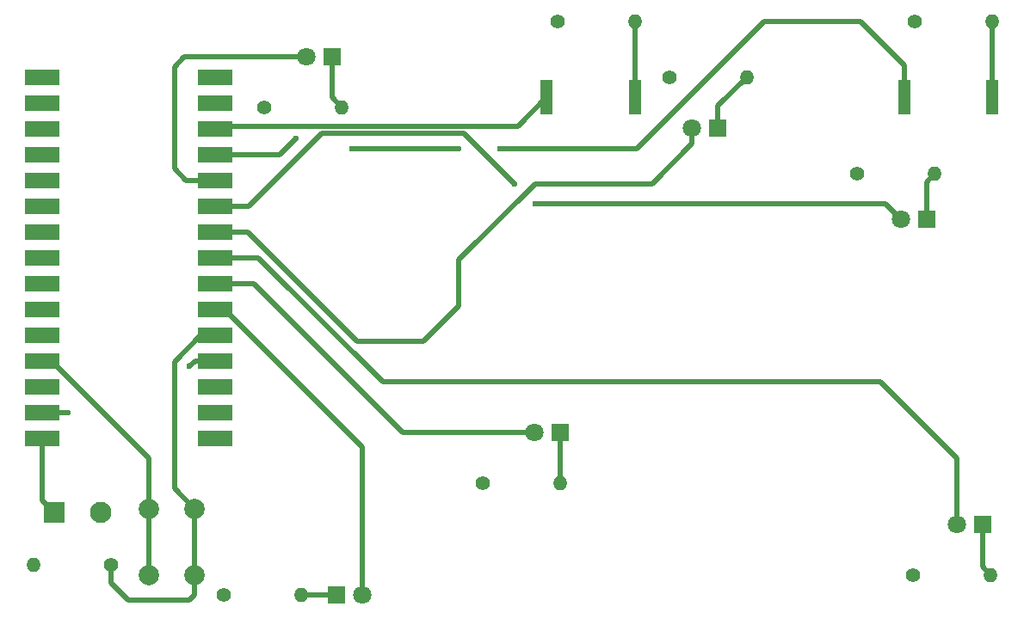
<source format=gbr>
%TF.GenerationSoftware,KiCad,Pcbnew,8.0.6*%
%TF.CreationDate,2025-02-06T10:41:55-08:00*%
%TF.ProjectId,Decorative PCB for Amaia,4465636f-7261-4746-9976-652050434220,V2*%
%TF.SameCoordinates,Original*%
%TF.FileFunction,Copper,L1,Top*%
%TF.FilePolarity,Positive*%
%FSLAX46Y46*%
G04 Gerber Fmt 4.6, Leading zero omitted, Abs format (unit mm)*
G04 Created by KiCad (PCBNEW 8.0.6) date 2025-02-06 10:41:55*
%MOMM*%
%LPD*%
G01*
G04 APERTURE LIST*
G04 Aperture macros list*
%AMRoundRect*
0 Rectangle with rounded corners*
0 $1 Rounding radius*
0 $2 $3 $4 $5 $6 $7 $8 $9 X,Y pos of 4 corners*
0 Add a 4 corners polygon primitive as box body*
4,1,4,$2,$3,$4,$5,$6,$7,$8,$9,$2,$3,0*
0 Add four circle primitives for the rounded corners*
1,1,$1+$1,$2,$3*
1,1,$1+$1,$4,$5*
1,1,$1+$1,$6,$7*
1,1,$1+$1,$8,$9*
0 Add four rect primitives between the rounded corners*
20,1,$1+$1,$2,$3,$4,$5,0*
20,1,$1+$1,$4,$5,$6,$7,0*
20,1,$1+$1,$6,$7,$8,$9,0*
20,1,$1+$1,$8,$9,$2,$3,0*%
G04 Aperture macros list end*
%TA.AperFunction,ComponentPad*%
%ADD10R,1.800000X1.800000*%
%TD*%
%TA.AperFunction,ComponentPad*%
%ADD11C,1.800000*%
%TD*%
%TA.AperFunction,ComponentPad*%
%ADD12RoundRect,0.250001X-0.799999X-0.799999X0.799999X-0.799999X0.799999X0.799999X-0.799999X0.799999X0*%
%TD*%
%TA.AperFunction,ComponentPad*%
%ADD13C,2.100000*%
%TD*%
%TA.AperFunction,ComponentPad*%
%ADD14C,1.400000*%
%TD*%
%TA.AperFunction,ComponentPad*%
%ADD15O,1.400000X1.400000*%
%TD*%
%TA.AperFunction,SMDPad,CuDef*%
%ADD16R,1.300000X3.400000*%
%TD*%
%TA.AperFunction,SMDPad,CuDef*%
%ADD17R,3.500000X1.600000*%
%TD*%
%TA.AperFunction,ComponentPad*%
%ADD18C,2.000000*%
%TD*%
%TA.AperFunction,ViaPad*%
%ADD19C,0.600000*%
%TD*%
%TA.AperFunction,Conductor*%
%ADD20C,0.500000*%
%TD*%
G04 APERTURE END LIST*
D10*
%TO.P,D6,1,K*%
%TO.N,Net-(D6-K)*%
X126000000Y-60500000D03*
D11*
%TO.P,D6,2,A*%
%TO.N,/LED_Z*%
X123460000Y-60500000D03*
%TD*%
D10*
%TO.P,D1,1,K*%
%TO.N,Net-(D1-K)*%
X126460000Y-113500000D03*
D11*
%TO.P,D1,2,A*%
%TO.N,/LED_DIM_A*%
X129000000Y-113500000D03*
%TD*%
D12*
%TO.P,J1,1,Pin_1*%
%TO.N,+9V*%
X98650000Y-105360000D03*
D13*
%TO.P,J1,2,Pin_2*%
%TO.N,GND*%
X103250000Y-105360000D03*
%TD*%
D14*
%TO.P,R9,1*%
%TO.N,GND*%
X119380000Y-65500000D03*
D15*
%TO.P,R9,2*%
%TO.N,Net-(D6-K)*%
X127000000Y-65500000D03*
%TD*%
D14*
%TO.P,R1,1*%
%TO.N,GND*%
X148190000Y-57000000D03*
D15*
%TO.P,R1,2*%
%TO.N,Net-(R1-Pad2)*%
X155810000Y-57000000D03*
%TD*%
D14*
%TO.P,R2,1*%
%TO.N,GND*%
X183380000Y-57000000D03*
D15*
%TO.P,R2,2*%
%TO.N,Net-(R2-Pad2)*%
X191000000Y-57000000D03*
%TD*%
D14*
%TO.P,R7,1*%
%TO.N,GND*%
X140880000Y-102500000D03*
D15*
%TO.P,R7,2*%
%TO.N,Net-(D4-K)*%
X148500000Y-102500000D03*
%TD*%
D14*
%TO.P,R6,1*%
%TO.N,GND*%
X159190000Y-62500000D03*
D15*
%TO.P,R6,2*%
%TO.N,Net-(D3-K)*%
X166810000Y-62500000D03*
%TD*%
D16*
%TO.P,Y2,1,1*%
%TO.N,Net-(R1-Pad2)*%
X155850000Y-64500000D03*
%TO.P,Y2,2,2*%
%TO.N,/PIEZO_B*%
X147150000Y-64500000D03*
%TD*%
D10*
%TO.P,D2,1,K*%
%TO.N,Net-(D2-K)*%
X190040000Y-106500000D03*
D11*
%TO.P,D2,2,A*%
%TO.N,/LED_DIM_B*%
X187500000Y-106500000D03*
%TD*%
D17*
%TO.P,A1,1,TX1*%
%TO.N,unconnected-(A1-TX1-Pad1)*%
X114500000Y-98060000D03*
%TO.P,A1,2,RX1*%
%TO.N,unconnected-(A1-RX1-Pad2)*%
X114500000Y-95520000D03*
%TO.P,A1,3,~{RESET}*%
%TO.N,unconnected-(A1-~{RESET}-Pad3)*%
X114500000Y-92980000D03*
%TO.P,A1,4,GND*%
%TO.N,GND*%
X114500000Y-90440000D03*
%TO.P,A1,5,D2*%
%TO.N,/BUTTON*%
X114500000Y-87900000D03*
%TO.P,A1,6,D3*%
%TO.N,/LED_DIM_A*%
X114500000Y-85360000D03*
%TO.P,A1,7,D4*%
%TO.N,/LED_X*%
X114500000Y-82820000D03*
%TO.P,A1,8,D5*%
%TO.N,/LED_DIM_B*%
X114500000Y-80280000D03*
%TO.P,A1,9,D6*%
%TO.N,/LED_DIM_C*%
X114500000Y-77740000D03*
%TO.P,A1,10,D7*%
%TO.N,/LED_Y*%
X114500000Y-75200000D03*
%TO.P,A1,11,D8*%
%TO.N,/LED_Z*%
X114500000Y-72660000D03*
%TO.P,A1,12,D9*%
%TO.N,/PIEZO_A*%
X114500000Y-70120000D03*
%TO.P,A1,13,D10*%
%TO.N,/PIEZO_B*%
X114500000Y-67580000D03*
%TO.P,A1,14,MOSI*%
%TO.N,unconnected-(A1-MOSI-Pad14)*%
X114500000Y-65040000D03*
%TO.P,A1,15,MISO*%
%TO.N,unconnected-(A1-MISO-Pad15)*%
X114500000Y-62500000D03*
%TO.P,A1,16,SCK*%
%TO.N,unconnected-(A1-SCK-Pad16)*%
X97500000Y-62500000D03*
%TO.P,A1,17,3V3*%
%TO.N,unconnected-(A1-3V3-Pad17)*%
X97500000Y-65040000D03*
%TO.P,A1,18,AREF*%
%TO.N,unconnected-(A1-AREF-Pad18)*%
X97500000Y-67580000D03*
%TO.P,A1,19,A0*%
%TO.N,unconnected-(A1-A0-Pad19)*%
X97500000Y-70120000D03*
%TO.P,A1,20,A1*%
%TO.N,unconnected-(A1-A1-Pad20)*%
X97500000Y-72660000D03*
%TO.P,A1,21,A2*%
%TO.N,unconnected-(A1-A2-Pad21)*%
X97500000Y-75200000D03*
%TO.P,A1,22,A3*%
%TO.N,unconnected-(A1-A3-Pad22)*%
X97500000Y-77740000D03*
%TO.P,A1,23,SDA/A4*%
%TO.N,unconnected-(A1-SDA{slash}A4-Pad23)*%
X97500000Y-80280000D03*
%TO.P,A1,24,SCL/A5*%
%TO.N,unconnected-(A1-SCL{slash}A5-Pad24)*%
X97500000Y-82820000D03*
%TO.P,A1,25,A6*%
%TO.N,unconnected-(A1-A6-Pad25)*%
X97500000Y-85360000D03*
%TO.P,A1,26,A7*%
%TO.N,unconnected-(A1-A7-Pad26)*%
X97500000Y-87900000D03*
%TO.P,A1,27,+5V*%
%TO.N,+5V*%
X97500000Y-90440000D03*
%TO.P,A1,28,~{RESET}*%
%TO.N,unconnected-(A1-~{RESET}-Pad28)*%
X97500000Y-92980000D03*
%TO.P,A1,29,GND*%
%TO.N,GND*%
X97500000Y-95560000D03*
%TO.P,A1,30,VIN*%
%TO.N,+9V*%
X97500000Y-98060000D03*
%TD*%
D10*
%TO.P,D3,1,K*%
%TO.N,Net-(D3-K)*%
X164000000Y-67500000D03*
D11*
%TO.P,D3,2,A*%
%TO.N,/LED_DIM_C*%
X161460000Y-67500000D03*
%TD*%
D14*
%TO.P,R4,1*%
%TO.N,GND*%
X115380000Y-113500000D03*
D15*
%TO.P,R4,2*%
%TO.N,Net-(D1-K)*%
X123000000Y-113500000D03*
%TD*%
D14*
%TO.P,R8,1*%
%TO.N,GND*%
X177690000Y-72000000D03*
D15*
%TO.P,R8,2*%
%TO.N,Net-(D5-K)*%
X185310000Y-72000000D03*
%TD*%
D10*
%TO.P,D5,1,K*%
%TO.N,Net-(D5-K)*%
X184500000Y-76500000D03*
D11*
%TO.P,D5,2,A*%
%TO.N,/LED_Y*%
X181960000Y-76500000D03*
%TD*%
D16*
%TO.P,Y1,1,1*%
%TO.N,Net-(R2-Pad2)*%
X191000000Y-64500000D03*
%TO.P,Y1,2,2*%
%TO.N,/PIEZO_A*%
X182300000Y-64500000D03*
%TD*%
D14*
%TO.P,R5,1*%
%TO.N,GND*%
X183190000Y-111500000D03*
D15*
%TO.P,R5,2*%
%TO.N,Net-(D2-K)*%
X190810000Y-111500000D03*
%TD*%
D10*
%TO.P,D4,1,K*%
%TO.N,Net-(D4-K)*%
X148500000Y-97500000D03*
D11*
%TO.P,D4,2,A*%
%TO.N,/LED_X*%
X145960000Y-97500000D03*
%TD*%
D18*
%TO.P,SW1,1,A*%
%TO.N,/BUTTON*%
X112500000Y-105000000D03*
X112500000Y-111500000D03*
%TO.P,SW1,2,B*%
%TO.N,+5V*%
X108000000Y-105000000D03*
X108000000Y-111500000D03*
%TD*%
D14*
%TO.P,R3,1*%
%TO.N,/BUTTON*%
X104310000Y-110500000D03*
D15*
%TO.P,R3,2*%
%TO.N,GND*%
X96690000Y-110500000D03*
%TD*%
D19*
%TO.N,GND*%
X112000000Y-91000000D03*
X100000000Y-95500000D03*
%TO.N,/PIEZO_A*%
X122500000Y-68500000D03*
X138500000Y-69500000D03*
X128000000Y-69500000D03*
X142500000Y-69500000D03*
%TO.N,/LED_Y*%
X144000000Y-73000000D03*
X146000000Y-75000000D03*
%TD*%
D20*
%TO.N,+5V*%
X98450000Y-90440000D02*
X97500000Y-90440000D01*
X108000000Y-99990000D02*
X98450000Y-90440000D01*
X108000000Y-105000000D02*
X108000000Y-99990000D01*
X108000000Y-105000000D02*
X108000000Y-111500000D01*
%TO.N,/LED_DIM_B*%
X118780000Y-80280000D02*
X131000000Y-92500000D01*
X114500000Y-80280000D02*
X118780000Y-80280000D01*
X187500000Y-100000000D02*
X187500000Y-106500000D01*
X180000000Y-92500000D02*
X187500000Y-100000000D01*
X131000000Y-92500000D02*
X180000000Y-92500000D01*
%TO.N,/LED_DIM_C*%
X114500000Y-77740000D02*
X117740000Y-77740000D01*
X161460000Y-69040000D02*
X161460000Y-67500000D01*
X135000000Y-88500000D02*
X138500000Y-85000000D01*
X157500000Y-73000000D02*
X161460000Y-69040000D01*
X128500000Y-88500000D02*
X135000000Y-88500000D01*
X138500000Y-85000000D02*
X138500000Y-80500000D01*
X146000000Y-73000000D02*
X157500000Y-73000000D01*
X117740000Y-77740000D02*
X128500000Y-88500000D01*
X138500000Y-80500000D02*
X146000000Y-73000000D01*
%TO.N,GND*%
X99940000Y-95560000D02*
X100000000Y-95500000D01*
X97500000Y-95560000D02*
X99940000Y-95560000D01*
X114500000Y-90440000D02*
X112560000Y-90440000D01*
X112560000Y-90440000D02*
X112000000Y-91000000D01*
%TO.N,/BUTTON*%
X110500000Y-90500000D02*
X113100000Y-87900000D01*
X112500000Y-105000000D02*
X110500000Y-103000000D01*
X104310000Y-110500000D02*
X104310000Y-112310000D01*
X104310000Y-112310000D02*
X106000000Y-114000000D01*
X112500000Y-111500000D02*
X112500000Y-105000000D01*
X112000000Y-114000000D02*
X112500000Y-113500000D01*
X110500000Y-103000000D02*
X110500000Y-90500000D01*
X112500000Y-113500000D02*
X112500000Y-111500000D01*
X106000000Y-114000000D02*
X112000000Y-114000000D01*
X113100000Y-87900000D02*
X114500000Y-87900000D01*
%TO.N,/LED_DIM_A*%
X115450000Y-85360000D02*
X129000000Y-98910000D01*
X114500000Y-85360000D02*
X115450000Y-85360000D01*
X129000000Y-98910000D02*
X129000000Y-113500000D01*
%TO.N,/PIEZO_A*%
X142500000Y-69500000D02*
X156000000Y-69500000D01*
X120880000Y-70120000D02*
X122500000Y-68500000D01*
X128000000Y-69500000D02*
X138500000Y-69500000D01*
X114500000Y-70120000D02*
X120880000Y-70120000D01*
X156000000Y-69500000D02*
X168500000Y-57000000D01*
X182300000Y-61300000D02*
X182300000Y-64500000D01*
X168500000Y-57000000D02*
X178000000Y-57000000D01*
X178000000Y-57000000D02*
X182300000Y-61300000D01*
%TO.N,/LED_Y*%
X124000000Y-69000000D02*
X125000000Y-68000000D01*
X127500000Y-68000000D02*
X139000000Y-68000000D01*
X139000000Y-68000000D02*
X144000000Y-73000000D01*
X146000000Y-75000000D02*
X180460000Y-75000000D01*
X114500000Y-75200000D02*
X117800000Y-75200000D01*
X125000000Y-68000000D02*
X127500000Y-68000000D01*
X180460000Y-75000000D02*
X181960000Y-76500000D01*
X117800000Y-75200000D02*
X124000000Y-69000000D01*
%TO.N,+9V*%
X97500000Y-104210000D02*
X97500000Y-98060000D01*
X98650000Y-105360000D02*
X97500000Y-104210000D01*
%TO.N,/LED_X*%
X133000000Y-97500000D02*
X145960000Y-97500000D01*
X114500000Y-82820000D02*
X118320000Y-82820000D01*
X118320000Y-82820000D02*
X133000000Y-97500000D01*
%TO.N,/LED_Z*%
X114500000Y-72660000D02*
X111660000Y-72660000D01*
X111660000Y-72660000D02*
X110500000Y-71500000D01*
X111500000Y-60500000D02*
X123460000Y-60500000D01*
X110500000Y-71500000D02*
X110500000Y-61500000D01*
X110500000Y-61500000D02*
X111500000Y-60500000D01*
%TO.N,/PIEZO_B*%
X114780000Y-67300000D02*
X144350000Y-67300000D01*
X114500000Y-67580000D02*
X114780000Y-67300000D01*
X144350000Y-67300000D02*
X147150000Y-64500000D01*
%TO.N,Net-(D1-K)*%
X126460000Y-113500000D02*
X123000000Y-113500000D01*
%TO.N,Net-(D2-K)*%
X190040000Y-106500000D02*
X190040000Y-110730000D01*
X190040000Y-110730000D02*
X190810000Y-111500000D01*
%TO.N,Net-(D3-K)*%
X164000000Y-65310000D02*
X166810000Y-62500000D01*
X164000000Y-67500000D02*
X164000000Y-65310000D01*
%TO.N,Net-(D4-K)*%
X148500000Y-102500000D02*
X148500000Y-97500000D01*
%TO.N,Net-(D5-K)*%
X184500000Y-72810000D02*
X185310000Y-72000000D01*
X184500000Y-76500000D02*
X184500000Y-72810000D01*
%TO.N,Net-(D6-K)*%
X127000000Y-65500000D02*
X126000000Y-64500000D01*
X126000000Y-64500000D02*
X126000000Y-60500000D01*
%TO.N,Net-(R1-Pad2)*%
X155810000Y-64460000D02*
X155850000Y-64500000D01*
X155810000Y-57000000D02*
X155810000Y-64460000D01*
%TO.N,Net-(R2-Pad2)*%
X190960000Y-57000000D02*
X190960000Y-64460000D01*
X190960000Y-64460000D02*
X191000000Y-64500000D01*
%TD*%
M02*

</source>
